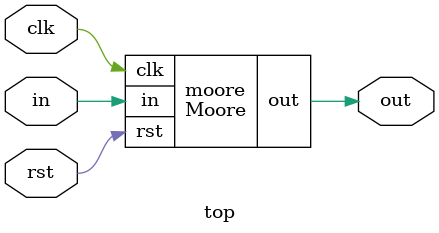
<source format=v>
`timescale 1ns / 1ps

//è¯å«åºåä¸?01101

//Mooreåºåè¯å«å?
module Moore(
    input wire clk,
    input wire rst,
    input wire in,

    output wire out
);

//ç¶æ?å®ä¹?
parameter IDLE = 3'd0, SA = 3'd1, SB = 3'd2, SC = 3'd3, SD = 3'd4, SE = 3'd5;

reg [2:0] state;

assign out = (state == SE);

//ç¶æ?è½¬ç§»æ¶åº?
always @(posedge clk or posedge rst) begin
    if(rst) begin
        state <= IDLE;
    end
    else begin
        case(state)
            IDLE: begin
                if(!in) begin
                    state <= SA;
                end
                else begin
                    state <= IDLE;
                end
            end
            SA: begin
                if(in) begin
                    state <= SB;
                end
                else begin
                    state <= SA;
                end
            end
            SB: begin
                if(in) begin
                    state <= SC;
                end
                else begin
                    state <= SA;
                end
            end
            SC: begin
                if(!in) begin
                    state <= SD;
                end
                else begin
                    state <= IDLE;
                end
            end
            SD: begin
                if(in) begin
                    state <= SE;
                end
                else begin
                    state <= SA;
                end
            end
            SE: begin
                if(in) begin
                    state <= SC;
                end
                else begin
                    state <= SA;
                end
            end
            default: begin
                state <= IDLE;
            end
        endcase
    end
end

endmodule

//Mealyåºåè¯å«å?
module Mealy(
    input wire clk,
    input wire rst,
    input wire in,

    output wire out
);

//ç¶æ?å®ä¹?
parameter IDLE = 3'd0, SA = 3'd1, SB = 3'd2, SC = 3'd3, SD = 3'd4;

reg [2:0] state;

assign out = (state == SD && in);

always @(posedge clk or posedge rst) begin
    if(rst) begin
        state <= IDLE;
    end
    else begin
        case(state)
            IDLE: begin
                if(!in) begin
                    state <= SA;
                end
                else begin
                    state <= IDLE;
                end
            end
            SA: begin
                if(in) begin
                    state <= SB;
                end
                else begin
                    state <= SA;
                end
            end
            SB: begin
                if(in) begin
                    state <= SC;
                end
                else begin
                    state <= SA;
                end
            end
            SC: begin
                if(!in) begin
                    state <= SD;
                end
                else begin
                    state <= IDLE;
                end
            end
            SD: begin
                if(in) begin
                    state <= SB;
                end
                else begin
                    state <= SA;
                end
            end
            default: begin
                state <= IDLE;
            end
        endcase
    end
end

endmodule

module top(
    input wire clk,
    input wire rst,
    input wire in,

    output wire out
    );

Moore moore(
    .clk(clk),
    .rst(rst),
    .in(in),
    .out(out)
);

endmodule

</source>
